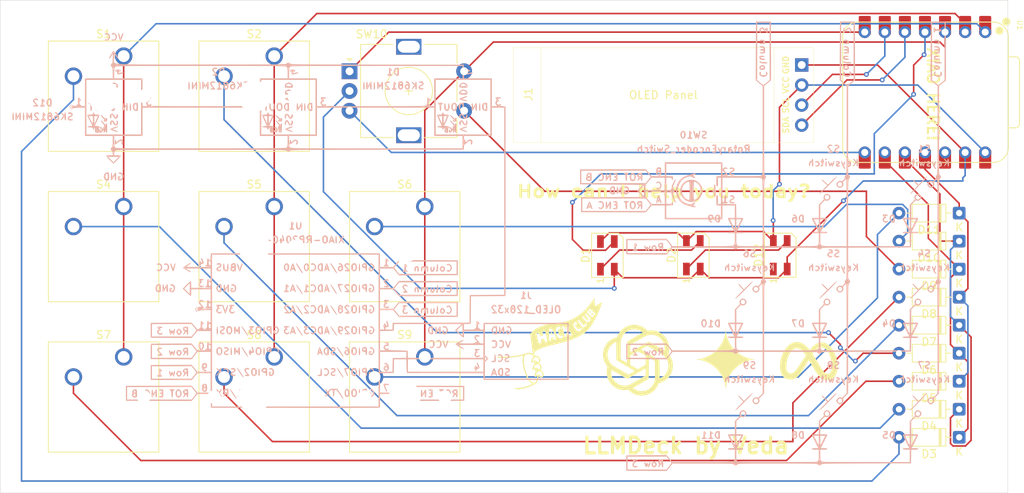
<source format=kicad_pcb>
(kicad_pcb (version 20241229) (generator "pcbnew") (generator_version "9.0")
  (layers (0 "F.Cu" signal) (2 "B.Cu" signal) (13 "F.Paste" user) (15 "B.Paste" user) (5 "F.SilkS" user "F.Silkscreen") (7 "B.SilkS" user "B.Silkscreen") (1 "F.Mask" user) (3 "B.Mask" user) (25 "Edge.Cuts" user))
  (net 0 "")
  (net 1 "Net-(D1-DIN)")
  (net 2 "Net-(D1-DOUT)")
  (net 3 "GND")
  (net 4 "VCC")
  (net 5 "Net-(D12-DIN)")
  (net 6 "Net-(D3-A)")
  (net 7 "Row 1")
  (net 8 "Row 2")
  (net 9 "Net-(D4-A)")
  (net 10 "Net-(D5-A)")
  (net 11 "Row 3")
  (net 12 "Net-(D6-A)")
  (net 13 "Net-(D7-A)")
  (net 14 "Net-(D8-A)")
  (net 15 "Net-(D9-A)")
  (net 16 "Net-(D10-A)")
  (net 17 "Net-(D11-A)")
  (net 19 "Net-(J1-SCL)")
  (net 20 "Net-(J1-SDA)")
  (net 21 "Column 1")
  (net 22 "Column 2")
  (net 23 "Column 3")
  (net 24 "ROT ENC B")
  (net 25 "ROT ENC A")
  (footprint "Button_Switch_Keyboard:SW_Cherry_MX_1.00u_PCB" (layer "F.Cu") (at 112.97125 106.2825)
    (property "Reference" "S8" (at -2.54 -2.794 0) (layer "F.SilkS"))
    (property "Value" "Keyswitch")
    (pad "" np_thru_hole circle (at -7.62 5.08) (size 1.7 1.7) (drill 1.7) (layers "*.Cu" "*.Mask"))
    (pad "" np_thru_hole circle (at -2.54 5.08) (size 4 4) (drill 4) (layers "*.Cu" "*.Mask"))
    (pad "" np_thru_hole circle (at 2.54 5.08) (size 1.7 1.7) (drill 1.7) (layers "*.Cu" "*.Mask"))
    (pad "1" thru_hole circle (at 0 0) (size 2.2 2.2) (drill 1.5) (layers "*.Cu" "*.Mask") (net 22 "Column 2"))
    (pad "2" thru_hole circle (at -6.35 2.54) (size 2.2 2.2) (drill 1.5) (layers "*.Cu" "*.Mask") (net 14 "Net-(D8-A)"))
  )
  (footprint "LED_SMD:LED_SK6812MINI_PLCC4_3.5x3.5mm_P1.75mm" (layer "F.Cu") (at 166 93.4 90)
    (property "Reference" "D2" (at 0 -2.75 90) (layer "F.SilkS"))
    (property "Value" "SK6812MINI")
    (fp_text user "1" (at -3.2 -0.875 90) (layer "F.SilkS") (effects (font (size 0.8 0.8))))
    (pad "1" smd rect (at -1.75 -0.875 90) (size 1.6 0.85) (layers "F.Cu" "F.Mask" "F.Paste") (net 5 "Net-(D12-DIN)"))
    (pad "2" smd rect (at -1.75 0.875 90) (size 1.6 0.85) (layers "F.Cu" "F.Mask" "F.Paste") (net 3 "GND"))
    (pad "3" smd rect (at 1.75 0.875 90) (size 1.6 0.85) (layers "F.Cu" "F.Mask" "F.Paste") (net 2 "Net-(D1-DOUT)"))
    (pad "4" smd rect (at 1.75 -0.875 90) (size 1.6 0.85) (layers "F.Cu" "F.Mask" "F.Paste") (net 4 "VCC"))
  )
  (footprint "Diode_THT:D_DO-35_SOD27_P7.62mm_Horizontal" (layer "F.Cu") (at 199.64125 102.2625 180)
    (property "Reference" "D7" (at 3.81 -2.12 0) (layer "F.SilkS"))
    (property "Value" "1N4148")
    (fp_text user "K" (at 0 -1.8 0) (layer "F.SilkS"))
    (pad "1" thru_hole roundrect (at 0 0 180) (size 1.6 1.6) (drill 0.8) (layers "*.Cu" "*.Mask") (roundrect_rratio 0.15625) (net 8 "Row 2"))
    (pad "2" thru_hole circle (at 7.62 0 180) (size 1.6 1.6) (drill 0.8) (layers "*.Cu" "*.Mask") (net 13 "Net-(D7-A)"))
  )
  (footprint "Diode_THT:D_DO-35_SOD27_P7.62mm_Horizontal" (layer "F.Cu") (at 199.64125 91.6125 180)
    (property "Reference" "D10" (at 3.81 -2.12 0) (layer "F.SilkS"))
    (property "Value" "1N4148")
    (fp_text user "K" (at 0 -1.8 0) (layer "F.SilkS"))
    (pad "1" thru_hole roundrect (at 0 0 180) (size 1.6 1.6) (drill 0.8) (layers "*.Cu" "*.Mask") (roundrect_rratio 0.15625) (net 8 "Row 2"))
    (pad "2" thru_hole circle (at 7.62 0 180) (size 1.6 1.6) (drill 0.8) (layers "*.Cu" "*.Mask") (net 16 "Net-(D10-A)"))
  )
  (footprint "Button_Switch_Keyboard:SW_Cherry_MX_1.00u_PCB" (layer "F.Cu") (at 112.97125 87.2325)
    (property "Reference" "S5" (at -2.54 -2.794 0) (layer "F.SilkS"))
    (property "Value" "Keyswitch")
    (pad "" np_thru_hole circle (at -7.62 5.08) (size 1.7 1.7) (drill 1.7) (layers "*.Cu" "*.Mask"))
    (pad "" np_thru_hole circle (at -2.54 5.08) (size 4 4) (drill 4) (layers "*.Cu" "*.Mask"))
    (pad "" np_thru_hole circle (at 2.54 5.08) (size 1.7 1.7) (drill 1.7) (layers "*.Cu" "*.Mask"))
    (pad "1" thru_hole circle (at 0 0) (size 2.2 2.2) (drill 1.5) (layers "*.Cu" "*.Mask") (net 22 "Column 2"))
    (pad "2" thru_hole circle (at -6.35 2.54) (size 2.2 2.2) (drill 1.5) (layers "*.Cu" "*.Mask") (net 13 "Net-(D7-A)"))
  )
  (footprint "LED_SMD:LED_SK6812MINI_PLCC4_3.5x3.5mm_P1.75mm" (layer "F.Cu") (at 177 93.4 90)
    (property "Reference" "D12" (at 0 -2.75 90) (layer "F.SilkS"))
    (property "Value" "SK6812MINI")
    (fp_text user "1" (at -3.2 -0.875 90) (layer "F.SilkS") (effects (font (size 0.8 0.8))))
    (pad "1" smd rect (at -1.75 -0.875 90) (size 1.6 0.85) (layers "F.Cu" "F.Mask" "F.Paste"))
    (pad "2" smd rect (at -1.75 0.875 90) (size 1.6 0.85) (layers "F.Cu" "F.Mask" "F.Paste") (net 3 "GND"))
    (pad "3" smd rect (at 1.75 0.875 90) (size 1.6 0.85) (layers "F.Cu" "F.Mask" "F.Paste") (net 5 "Net-(D12-DIN)"))
    (pad "4" smd rect (at 1.75 -0.875 90) (size 1.6 0.85) (layers "F.Cu" "F.Mask" "F.Paste") (net 4 "VCC"))
  )
  (footprint "Button_Switch_Keyboard:SW_Cherry_MX_1.00u_PCB" (layer "F.Cu") (at 93.92125 106.2825)
    (property "Reference" "S7" (at -2.54 -2.794 0) (layer "F.SilkS"))
    (property "Value" "Keyswitch")
    (pad "" np_thru_hole circle (at -7.62 5.08) (size 1.7 1.7) (drill 1.7) (layers "*.Cu" "*.Mask"))
    (pad "" np_thru_hole circle (at -2.54 5.08) (size 4 4) (drill 4) (layers "*.Cu" "*.Mask"))
    (pad "" np_thru_hole circle (at 2.54 5.08) (size 1.7 1.7) (drill 1.7) (layers "*.Cu" "*.Mask"))
    (pad "1" thru_hole circle (at 0 0) (size 2.2 2.2) (drill 1.5) (layers "*.Cu" "*.Mask") (net 21 "Column 1"))
    (pad "2" thru_hole circle (at -6.35 2.54) (size 2.2 2.2) (drill 1.5) (layers "*.Cu" "*.Mask") (net 10 "Net-(D5-A)"))
  )
  (footprint "OPL:XIAO-RP2040-DIP" (layer "F.Cu") (at 195.31125 72.7625 -90)
    (property "Reference" "U1" (at -8.5 -12 270) (layer "F.SilkS") (effects (font (size 0.635 0.635) (thickness 0.1016))))
    (property "Value" "XIAO-RP2040-DIP")
    (pad "1" smd roundrect (at -8.455 -7.62 90) (size 2.432 1.524) (layers "F.Cu" "F.Mask") (roundrect_rratio 0.1) (net 21 "Column 1"))
    (pad "1" thru_hole circle (at -7.62 -7.62 90) (size 1.524 1.524) (drill 0.889) (layers "*.Cu" "*.Mask") (net 21 "Column 1"))
    (pad "2" smd roundrect (at -8.455 -5.08 90) (size 2.432 1.524) (layers "F.Cu" "F.Mask") (roundrect_rratio 0.1) (net 22 "Column 2"))
    (pad "2" thru_hole circle (at -7.62 -5.08 90) (size 1.524 1.524) (drill 0.889) (layers "*.Cu" "*.Mask") (net 22 "Column 2"))
    (pad "3" smd roundrect (at -8.455 -2.54 90) (size 2.432 1.524) (layers "F.Cu" "F.Mask") (roundrect_rratio 0.1) (net 23 "Column 3"))
    (pad "3" thru_hole circle (at -7.62 -2.54 90) (size 1.524 1.524) (drill 0.889) (layers "*.Cu" "*.Mask") (net 23 "Column 3"))
    (pad "4" smd roundrect (at -8.455 0 90) (size 2.432 1.524) (layers "F.Cu" "F.Mask") (roundrect_rratio 0.1) (net 1 "Net-(D1-DIN)"))
    (pad "4" thru_hole circle (at -7.62 0 90) (size 1.524 1.524) (drill 0.889) (layers "*.Cu" "*.Mask") (net 1 "Net-(D1-DIN)"))
    (pad "5" smd roundrect (at -8.455 2.54 90) (size 2.432 1.524) (layers "F.Cu" "F.Mask") (roundrect_rratio 0.1) (net 20 "Net-(J1-SDA)"))
    (pad "5" thru_hole circle (at -7.62 2.54 90) (size 1.524 1.524) (drill 0.889) (layers "*.Cu" "*.Mask") (net 20 "Net-(J1-SDA)"))
    (pad "6" smd roundrect (at -8.455 5.08 90) (size 2.432 1.524) (layers "F.Cu" "F.Mask") (roundrect_rratio 0.1) (net 19 "Net-(J1-SCL)"))
    (pad "6" thru_hole circle (at -7.62 5.08 90) (size 1.524 1.524) (drill 0.889) (layers "*.Cu" "*.Mask") (net 19 "Net-(J1-SCL)"))
    (pad "7" smd roundrect (at -8.455 7.62 90) (size 2.432 1.524) (layers "F.Cu" "F.Mask") (roundrect_rratio 0.1) (net 25 "ROT ENC A"))
    (pad "7" thru_hole circle (at -7.62 7.62 90) (size 1.524 1.524) (drill 0.889) (layers "*.Cu" "*.Mask") (net 25 "ROT ENC A"))
    (pad "8" thru_hole circle (at 7.62 7.62 270) (size 1.524 1.524) (drill 0.889) (layers "*.Cu" "*.Mask") (net 24 "ROT ENC B"))
    (pad "8" smd roundrect (at 8.455 7.62 270) (size 2.432 1.524) (layers "F.Cu" "F.Mask") (roundrect_rratio 0.1) (net 24 "ROT ENC B"))
    (pad "9" thru_hole circle (at 7.62 5.08 270) (size 1.524 1.524) (drill 0.889) (layers "*.Cu" "*.Mask") (net 7 "Row 1"))
    (pad "9" smd roundrect (at 8.455 5.08 270) (size 2.432 1.524) (layers "F.Cu" "F.Mask") (roundrect_rratio 0.1) (net 7 "Row 1"))
    (pad "10" thru_hole circle (at 7.62 2.54 270) (size 1.524 1.524) (drill 0.889) (layers "*.Cu" "*.Mask") (net 8 "Row 2"))
    (pad "10" smd roundrect (at 8.455 2.54 270) (size 2.432 1.524) (layers "F.Cu" "F.Mask") (roundrect_rratio 0.1) (net 8 "Row 2"))
    (pad "11" thru_hole circle (at 7.62 0 270) (size 1.524 1.524) (drill 0.889) (layers "*.Cu" "*.Mask") (net 11 "Row 3"))
    (pad "11" smd roundrect (at 8.455 0 270) (size 2.432 1.524) (layers "F.Cu" "F.Mask") (roundrect_rratio 0.1) (net 11 "Row 3"))
    (pad "12" thru_hole circle (at 7.62 -2.54 270) (size 1.524 1.524) (drill 0.889) (layers "*.Cu" "*.Mask"))
    (pad "12" smd roundrect (at 8.455 -2.54 270) (size 2.432 1.524) (layers "F.Cu" "F.Mask") (roundrect_rratio 0.1))
    (pad "13" thru_hole circle (at 7.62 -5.08 270) (size 1.524 1.524) (drill 0.889) (layers "*.Cu" "*.Mask") (net 3 "GND"))
    (pad "13" smd roundrect (at 8.455 -5.08 270) (size 2.432 1.524) (layers "F.Cu" "F.Mask") (roundrect_rratio 0.1) (net 3 "GND"))
    (pad "14" thru_hole circle (at 7.62 -7.62 270) (size 1.524 1.524) (drill 0.889) (layers "*.Cu" "*.Mask") (net 4 "VCC"))
    (pad "14" smd roundrect (at 8.455 -7.62 270) (size 2.432 1.524) (layers "F.Cu" "F.Mask") (roundrect_rratio 0.1) (net 4 "VCC"))
  )
  (footprint "Diode_THT:D_DO-35_SOD27_P7.62mm_Horizontal" (layer "F.Cu") (at 199.64125 95.1625 180)
    (property "Reference" "D9" (at 3.81 -2.12 0) (layer "F.SilkS"))
    (property "Value" "1N4148")
    (fp_text user "K" (at 0 -1.8 0) (layer "F.SilkS"))
    (pad "1" thru_hole roundrect (at 0 0 180) (size 1.6 1.6) (drill 0.8) (layers "*.Cu" "*.Mask") (roundrect_rratio 0.15625) (net 7 "Row 1"))
    (pad "2" thru_hole circle (at 7.62 0 180) (size 1.6 1.6) (drill 0.8) (layers "*.Cu" "*.Mask") (net 15 "Net-(D9-A)"))
  )
  (footprint "LOGO" (layer "F.Cu") (at 159 106.7)
    (property "Reference" "G" (hide yes))
    (property "Value" "LOGO" (hide yes))
  )
  (footprint "Button_Switch_Keyboard:SW_Cherry_MX_1.00u_PCB" (layer "F.Cu") (at 93.92125 68.1825)
    (property "Reference" "S1" (at -2.54 -2.794 0) (layer "F.SilkS"))
    (property "Value" "Keyswitch")
    (pad "" np_thru_hole circle (at -7.62 5.08) (size 1.7 1.7) (drill 1.7) (layers "*.Cu" "*.Mask"))
    (pad "" np_thru_hole circle (at -2.54 5.08) (size 4 4) (drill 4) (layers "*.Cu" "*.Mask"))
    (pad "" np_thru_hole circle (at 2.54 5.08) (size 1.7 1.7) (drill 1.7) (layers "*.Cu" "*.Mask"))
    (pad "1" thru_hole circle (at 0 0) (size 2.2 2.2) (drill 1.5) (layers "*.Cu" "*.Mask") (net 21 "Column 1"))
    (pad "2" thru_hole circle (at -6.35 2.54) (size 2.2 2.2) (drill 1.5) (layers "*.Cu" "*.Mask") (net 6 "Net-(D3-A)"))
  )
  (footprint "OLED:RotaryEncoder_Alps_EC11E-Switch_Vertical_H20mm" (layer "F.Cu") (at 122.5 70.1)
    (property "Reference" "SW10" (at 2.8 -4.7 0) (layer "F.SilkS"))
    (property "Value" "RotaryEncoder_Switch")
    (pad "A" thru_hole rect (at 0 0) (size 2 2) (drill 1) (layers "*.Cu" "*.Mask") (net 25 "ROT ENC A"))
    (pad "B" thru_hole circle (at 0 5) (size 2 2) (drill 1) (layers "*.Cu" "*.Mask") (net 24 "ROT ENC B"))
    (pad "C" thru_hole circle (at 0 2.5) (size 2 2) (drill 1) (layers "*.Cu" "*.Mask") (net 3 "GND"))
    (pad "MP" thru_hole rect (at 7.5 -3.1) (size 3.2 2) (drill oval 2.8 1.5) (layers "*.Cu" "*.Mask"))
    (pad "MP" thru_hole rect (at 7.5 8.1) (size 3.2 2) (drill oval 2.8 1.5) (layers "*.Cu" "*.Mask"))
    (pad "S1" thru_hole circle (at 14.5 5) (size 2 2) (drill 1) (layers "*.Cu" "*.Mask") (net 15 "Net-(D9-A)"))
    (pad "S2" thru_hole circle (at 14.5 0) (size 2 2) (drill 1) (layers "*.Cu" "*.Mask") (net 23 "Column 3"))
  )
  (footprint "Diode_THT:D_DO-35_SOD27_P7.62mm_Horizontal" (layer "F.Cu") (at 199.64125 98.7125 180)
    (property "Reference" "D8" (at 3.81 -2.12 0) (layer "F.SilkS"))
    (property "Value" "1N4148")
    (fp_text user "K" (at 0 -1.8 0) (layer "F.SilkS"))
    (pad "1" thru_hole roundrect (at 0 0 180) (size 1.6 1.6) (drill 0.8) (layers "*.Cu" "*.Mask") (roundrect_rratio 0.15625) (net 11 "Row 3"))
    (pad "2" thru_hole circle (at 7.62 0 180) (size 1.6 1.6) (drill 0.8) (layers "*.Cu" "*.Mask") (net 14 "Net-(D8-A)"))
  )
  (footprint "LOGO" (layer "F.Cu") (at 170.1 106.6)
    (property "Reference" "G***" (hide yes))
    (property "Value" "LOGO" (hide yes))
  )
  (footprint "LOGO" (layer "F.Cu") (at 148.838853 104.577631 30)
    (property "Reference" "G***" (hide yes))
    (property "Value" "LOGO" (hide yes))
  )
  (footprint "Diode_THT:D_DO-35_SOD27_P7.62mm_Horizontal" (layer "F.Cu") (at 199.64125 105.8125 180)
    (property "Reference" "D6" (at 3.81 -2.12 0) (layer "F.SilkS"))
    (property "Value" "1N4148")
    (fp_text user "K" (at 0 -1.8 0) (layer "F.SilkS"))
    (pad "1" thru_hole roundrect (at 0 0 180) (size 1.6 1.6) (drill 0.8) (layers "*.Cu" "*.Mask") (roundrect_rratio 0.15625) (net 7 "Row 1"))
    (pad "2" thru_hole circle (at 7.62 0 180) (size 1.6 1.6) (drill 0.8) (layers "*.Cu" "*.Mask") (net 12 "Net-(D6-A)"))
  )
  (footprint "Diode_THT:D_DO-35_SOD27_P7.62mm_Horizontal" (layer "F.Cu") (at 199.64125 112.9125 180)
    (property "Reference" "D4" (at 3.81 -2.12 0) (layer "F.SilkS"))
    (property "Value" "1N4148")
    (fp_text user "K" (at 0 -1.8 0) (layer "F.SilkS"))
    (pad "1" thru_hole roundrect (at 0 0 180) (size 1.6 1.6) (drill 0.8) (layers "*.Cu" "*.Mask") (roundrect_rratio 0.15625) (net 8 "Row 2"))
    (pad "2" thru_hole circle (at 7.62 0 180) (size 1.6 1.6) (drill 0.8) (layers "*.Cu" "*.Mask") (net 9 "Net-(D4-A)"))
  )
  (footprint "Button_Switch_Keyboard:SW_Cherry_MX_1.00u_PCB" (layer "F.Cu") (at 132.02125 106.2825)
    (property "Reference" "S9" (at -2.54 -2.794 0) (layer "F.SilkS"))
    (property "Value" "Keyswitch")
    (pad "" np_thru_hole circle (at -7.62 5.08) (size 1.7 1.7) (drill 1.7) (layers "*.Cu" "*.Mask"))
    (pad "" np_thru_hole circle (at -2.54 5.08) (size 4 4) (drill 4) (layers "*.Cu" "*.Mask"))
    (pad "" np_thru_hole circle (at 2.54 5.08) (size 1.7 1.7) (drill 1.7) (layers "*.Cu" "*.Mask"))
    (pad "1" thru_hole circle (at 0 0) (size 2.2 2.2) (drill 1.5) (layers "*.Cu" "*.Mask") (net 23 "Column 3"))
    (pad "2" thru_hole circle (at -6.35 2.54) (size 2.2 2.2) (drill 1.5) (layers "*.Cu" "*.Mask") (net 17 "Net-(D11-A)"))
  )
  (footprint "Diode_THT:D_DO-35_SOD27_P7.62mm_Horizontal" (layer "F.Cu") (at 199.64125 109.3625 180)
    (property "Reference" "D5" (at 3.81 -2.12 0) (layer "F.SilkS"))
    (property "Value" "1N4148")
    (fp_text user "K" (at 0 -1.8 0) (layer "F.SilkS"))
    (pad "1" thru_hole roundrect (at 0 0 180) (size 1.6 1.6) (drill 0.8) (layers "*.Cu" "*.Mask") (roundrect_rratio 0.15625) (net 11 "Row 3"))
    (pad "2" thru_hole circle (at 7.62 0 180) (size 1.6 1.6) (drill 0.8) (layers "*.Cu" "*.Mask") (net 10 "Net-(D5-A)"))
  )
  (footprint "OLED:SSD1306-0.91-OLED-4pin-128x32" (layer "F.Cu") (at 143.215 67.115)
    (property "Reference" "J1" (at 1.9 5.91 90) (layer "F.SilkS"))
    (property "Value" "OLED_128x32")
    (fp_text user "VCC" (at 34.5 4.73 270) (layer "F.SilkS") (effects (font (size 0.75 0.75))))
    (fp_text user "SDA" (at 34.5 9.81 270) (layer "F.SilkS") (effects (font (size 0.75 0.75))))
    (fp_text user "SCL" (at 34.5 7.27 270) (layer "F.SilkS") (effects (font (size 0.75 0.75))))
    (fp_text user "GND" (at 34.5 2.19 270) (layer "F.SilkS") (effects (font (size 0.75 0.75))))
    (fp_text user "OLED Panel" (at 19 6 0) (layer "F.SilkS"))
    (pad "1" thru_hole rect (at 36.5 2.19) (size 1.7 1.7) (drill 1) (layers "*.Cu" "*.Mask") (net 3 "GND"))
    (pad "2" thru_hole oval (at 36.5 4.73) (size 1.7 1.7) (drill 1) (layers "*.Cu" "*.Mask") (net 4 "VCC"))
    (pad "3" thru_hole oval (at 36.5 7.27) (size 1.7 1.7) (drill 1) (layers "*.Cu" "*.Mask") (net 19 "Net-(J1-SCL)"))
    (pad "4" thru_hole oval (at 36.5 9.81) (size 1.7 1.7) (drill 1) (layers "*.Cu" "*.Mask") (net 20 "Net-(J1-SDA)"))
  )
  (footprint "Button_Switch_Keyboard:SW_Cherry_MX_1.00u_PCB" (layer "F.Cu") (at 132.02125 87.2325)
    (property "Reference" "S6" (at -2.54 -2.794 0) (layer "F.SilkS"))
    (property "Value" "Keyswitch")
    (pad "" np_thru_hole circle (at -7.62 5.08) (size 1.7 1.7) (drill 1.7) (layers "*.Cu" "*.Mask"))
    (pad "" np_thru_hole circle (at -2.54 5.08) (size 4 4) (drill 4) (layers "*.Cu" "*.Mask"))
    (pad "" np_thru_hole circle (at 2.54 5.08) (size 1.7 1.7) (drill 1.7) (layers "*.Cu" "*.Mask"))
    (pad "1" thru_hole circle (at 0 0) (size 2.2 2.2) (drill 1.5) (layers "*.Cu" "*.Mask") (net 23 "Column 3"))
    (pad "2" thru_hole circle (at -6.35 2.54) (size 2.2 2.2) (drill 1.5) (layers "*.Cu" "*.Mask") (net 16 "Net-(D10-A)"))
  )
  (footprint "Diode_THT:D_DO-35_SOD27_P7.62mm_Horizontal" (layer "F.Cu") (at 199.64125 88.0625 180)
    (property "Reference" "D11" (at 3.81 -2.12 0) (layer "F.SilkS"))
    (property "Value" "1N4148")
    (fp_text user "K" (at 0 -1.8 0) (layer "F.SilkS"))
    (pad "1" thru_hole roundrect (at 0 0 180) (size 1.6 1.6) (drill 0.8) (layers "*.Cu" "*.Mask") (roundrect_rratio 0.15625) (net 11 "Row 3"))
    (pad "2" thru_hole circle (at 7.62 0 180) (size 1.6 1.6) (drill 0.8) (layers "*.Cu" "*.Mask") (net 17 "Net-(D11-A)"))
  )
  (footprint "Button_Switch_Keyboard:SW_Cherry_MX_1.00u_PCB" (layer "F.Cu") (at 93.92125 87.2325)
    (property "Reference" "S4" (at -2.54 -2.794 0) (layer "F.SilkS"))
    (property "Value" "Keyswitch")
    (pad "" np_thru_hole circle (at -7.62 5.08) (size 1.7 1.7) (drill 1.7) (layers "*.Cu" "*.Mask"))
    (pad "" np_thru_hole circle (at -2.54 5.08) (size 4 4) (drill 4) (layers "*.Cu" "*.Mask"))
    (pad "" np_thru_hole circle (at 2.54 5.08) (size 1.7 1.7) (drill 1.7) (layers "*.Cu" "*.Mask"))
    (pad "1" thru_hole circle (at 0 0) (size 2.2 2.2) (drill 1.5) (layers "*.Cu" "*.Mask") (net 21 "Column 1"))
    (pad "2" thru_hole circle (at -6.35 2.54) (size 2.2 2.2) (drill 1.5) (layers "*.Cu" "*.Mask") (net 9 "Net-(D4-A)"))
  )
  (footprint "LED_SMD:LED_SK6812MINI_PLCC4_3.5x3.5mm_P1.75mm" (layer "F.Cu") (at 155.125 93.42 90)
    (property "Reference" "D1" (at 0 -2.75 90) (layer "F.SilkS"))
    (property "Value" "SK6812MINI")
    (fp_text user "1" (at -3.2 -0.875 90) (layer "F.SilkS") (effects (font (size 0.8 0.8))))
    (pad "1" smd rect (at -1.75 -0.875 90) (size 1.6 0.85) (layers "F.Cu" "F.Mask" "F.Paste") (net 2 "Net-(D1-DOUT)"))
    (pad "2" smd rect (at -1.75 0.875 90) (size 1.6 0.85) (layers "F.Cu" "F.Mask" "F.Paste") (net 3 "GND"))
    (pad "3" smd rect (at 1.75 0.875 90) (size 1.6 0.85) (layers "F.Cu" "F.Mask" "F.Paste") (net 1 "Net-(D1-DIN)"))
    (pad "4" smd rect (at 1.75 -0.875 90) (size 1.6 0.85) (layers "F.Cu" "F.Mask" "F.Paste") (net 4 "VCC"))
  )
  (footprint "LOGO" (layer "F.Cu") (at 180.458446 106.817357)
    (property "Reference" "G***" (hide yes))
    (property "Value" "LOGO" (hide yes))
  )
  (footprint "Diode_THT:D_DO-35_SOD27_P7.62mm_Horizontal" (layer "F.Cu") (at 199.64125 116.4625 180)
    (property "Reference" "D3" (at 3.81 -2.12 0) (layer "F.SilkS"))
    (property "Value" "1N4148")
    (fp_text user "K" (at 0 -1.8 0) (layer "F.SilkS"))
    (pad "1" thru_hole roundrect (at 0 0 180) (size 1.6 1.6) (drill 0.8) (layers "*.Cu" "*.Mask") (roundrect_rratio 0.15625) (net 7 "Row 1"))
    (pad "2" thru_hole circle (at 7.62 0 180) (size 1.6 1.6) (drill 0.8) (layers "*.Cu" "*.Mask") (net 6 "Net-(D3-A)"))
  )
  (footprint "Button_Switch_Keyboard:SW_Cherry_MX_1.00u_PCB" (layer "F.Cu") (at 112.97125 68.1825)
    (property "Reference" "S2" (at -2.54 -2.794 0) (layer "F.SilkS"))
    (property "Value" "Keyswitch")
    (pad "" np_thru_hole circle (at -7.62 5.08) (size 1.7 1.7) (drill 1.7) (layers "*.Cu" "*.Mask"))
    (pad "" np_thru_hole circle (at -2.54 5.08) (size 4 4) (drill 4) (layers "*.Cu" "*.Mask"))
    (pad "" np_thru_hole circle (at 2.54 5.08) (size 1.7 1.7) (drill 1.7) (layers "*.Cu" "*.Mask"))
    (pad "1" thru_hole circle (at 0 0) (size 2.2 2.2) (drill 1.5) (layers "*.Cu" "*.Mask") (net 22 "Column 2"))
    (pad "2" thru_hole circle (at -6.35 2.54) (size 2.2 2.2) (drill 1.5) (layers "*.Cu" "*.Mask") (net 12 "Net-(D6-A)"))
  )
  (footprint "LOGO" (layer "B.Cu") (at 139 92 180)
    (property "Reference" "G***" (hide yes))
    (property "Value" "LOGO" (hide yes))
  )
  (gr_rect (start 78.3 61.1) (end 205.8 123.5) (stroke (width 0.05)) (fill no) (layer "Edge.Cuts"))
  (gr_text "How can I help you today?" (at 143.5 86.2 0) (layer "F.SilkS") (effects (font (size 1.5 1.8) (thickness 0.35) (bold yes)) (justify left bottom)))
  (gr_text "XIAO HERE!" (at 195.5 66.9 270) (layer "F.SilkS") (effects (font (size 1.4 1.4) (thickness 0.28) (bold yes)) (justify left bottom)))
  (gr_text "LLMDeck by Veda" (at 151.8 118.7 0) (layer "F.SilkS") (effects (font (size 2 2) (thickness 0.4) (bold yes)) (justify left bottom)))
  (segment (start 193.87864 73.02136) (end 193.87864 69.32136) (width 0.2) (layer "F.Cu") (net 1))
  (segment (start 150.7 91.4) (end 150.7 86.7) (width 0.2) (layer "F.Cu") (net 1))
  (segment (start 152.071 92.771) (end 150.7 91.4) (width 0.2) (layer "F.Cu") (net 1))
  (segment (start 193.87864 69.32136) (end 195.2 68) (width 0.2) (layer "F.Cu") (net 1))
  (segment (start 156 91.67) (end 154.899 92.771) (width 0.2) (layer "F.Cu") (net 1))
  (segment (start 154.899 92.771) (end 152.071 92.771) (width 0.2) (layer "F.Cu") (net 1))
  (via (at 150.7 86.7) (size 0.6) (drill 0.3) (layers "F.Cu" "B.Cu") (net 1))
  (via (at 195.2 68) (size 0.6) (drill 0.3) (layers "F.Cu" "B.Cu") (net 1))
  (via (at 193.87864 73.02136) (size 0.6) (drill 0.3) (layers "F.Cu" "B.Cu") (net 1))
  (segment (start 154.3 83.1) (end 188.9 83.1) (width 0.2) (layer "B.Cu") (net 1))
  (segment (start 150.7 86.7) (end 154.3 83.1) (width 0.2) (layer "B.Cu") (net 1))
  (segment (start 195.2 68) (end 195.31125 67.88875) (width 0.2) (layer "B.Cu") (net 1))
  (segment (start 195.31125 67.88875) (end 195.31125 65.1425) (width 0.2) (layer "B.Cu") (net 1))
  (segment (start 188.9 83.1) (end 188.9 78) (width 0.2) (layer "B.Cu") (net 1))
  (segment (start 188.9 78) (end 193.87864 73.02136) (width 0.2) (layer "B.Cu") (net 1))
  (segment (start 156.669 92.751) (end 165.774 92.751) (width 0.2) (layer "F.Cu") (net 2))
  (segment (start 165.774 92.751) (end 166.875 91.65) (width 0.2) (layer "F.Cu") (net 2))
  (segment (start 154.25 95.17) (end 156.669 92.751) (width 0.2) (layer "F.Cu") (net 2))
  (segment (start 177.875 95.15) (end 177.875 93.625) (width 0.2) (layer "F.Cu") (net 3))
  (segment (start 122.5 72.6) (end 122.7 72.4) (width 0.2) (layer "F.Cu") (net 3))
  (segment (start 165.774 96.251) (end 166.875 95.15) (width 0.2) (layer "F.Cu") (net 3))
  (segment (start 156 95.17) (end 157.081 96.251) (width 0.2) (layer "F.Cu") (net 3))
  (segment (start 189.31375 69.305) (end 200.39125 80.3825) (width 0.2) (layer "F.Cu") (net 3))
  (segment (start 179.715 69.305) (end 189.31375 69.305) (width 0.2) (layer "F.Cu") (net 3))
  (segment (start 177.875 95.15) (end 176.774 96.251) (width 0.2) (layer "F.Cu") (net 3))
  (segment (start 157.081 96.251) (end 165.774 96.251) (width 0.2) (layer "F.Cu") (net 3))
  (segment (start 167.976 96.251) (end 166.875 95.15) (width 0.2) (layer "F.Cu") (net 3))
  (segment (start 177.875 93.625) (end 185 86.5) (width 0.2) (layer "F.Cu") (net 3))
  (segment (start 176.774 96.251) (end 167.976 96.251) (width 0.2) (layer "F.Cu") (net 3))
  (segment (start 156 97.6) (end 156 95.17) (width 0.2) (layer "F.Cu") (net 3))
  (via (at 185 86.5) (size 0.6) (drill 0.3) (layers "F.Cu" "B.Cu") (net 3))
  (via (at 156 97.6) (size 0.6) (drill 0.3) (layers "F.Cu" "B.Cu") (net 3))
  (segment (start 187.5 84) (end 200.1 84) (width 0.2) (layer "B.Cu") (net 3))
  (segment (start 122.5 72.6) (end 119.2 75.9) (width 0.2) (layer "B.Cu") (net 3))
  (segment (start 200.1 84) (end 200.1 83.6) (width 0.2) (layer "B.Cu") (net 3))
  (segment (start 119.2 75.9) (end 119.2 85.356066) (width 0.2) (layer "B.Cu") (net 3))
  (segment (start 185 86.5) (end 187.5 84) (width 0.2) (layer "B.Cu") (net 3))
  (segment (start 131.443934 97.6) (end 156 97.6) (width 0.2) (layer "B.Cu") (net 3))
  (segment (start 119.2 85.356066) (end 131.443934 97.6) (width 0.2) (layer "B.Cu") (net 3))
  (segment (start 200.39125 83.30875) (end 200.39125 80.3825) (width 0.2) (layer "B.Cu") (net 3))
  (segment (start 200.1 83.6) (end 200.39125 83.30875) (width 0.2) (layer "B.Cu") (net 3))
  (segment (start 176.125 89.025) (end 176.125 91.65) (width 0.2) (layer "F.Cu") (net 4))
  (segment (start 174.875 90.4) (end 176.125 91.65) (width 0.2) (layer "F.Cu") (net 4))
  (segment (start 164.044 90.569) (end 165.125 91.65) (width 0.2) (layer "F.Cu") (net 4))
  (segment (start 166.375 90.4) (end 174.875 90.4) (width 0.2) (layer "F.Cu") (net 4))
  (segment (start 176.1 89) (end 176.125 89.025) (width 0.2) (layer "F.Cu") (net 4))
  (segment (start 154.25 91.67) (end 155.351 90.569) (width 0.2) (layer "F.Cu") (net 4))
  (segment (start 165.125 91.65) (end 166.375 90.4) (width 0.2) (layer "F.Cu") (net 4))
  (segment (start 176.9 74.66) (end 176.9 84.4) (width 0.2) (layer "F.Cu") (net 4))
  (segment (start 179.715 71.845) (end 176.9 74.66) (width 0.2) (layer "F.Cu") (net 4))
  (segment (start 155.351 90.569) (end 164.044 90.569) (width 0.2) (layer "F.Cu") (net 4))
  (via (at 176.1 89) (size 0.6) (drill 0.3) (layers "F.Cu" "B.Cu") (net 4))
  (via (at 176.9 84.4) (size 0.6) (drill 0.3) (layers "F.Cu" "B.Cu") (net 4))
  (segment (start 179.715 71.845) (end 194.39375 71.845) (width 0.2) (layer "B.Cu") (net 4))
  (segment (start 176.9 84.4) (end 176.1 85.2) (width 0.2) (layer "B.Cu") (net 4))
  (segment (start 194.39375 71.845) (end 202.93125 80.3825) (width 0.2) (layer "B.Cu") (net 4))
  (segment (start 176.1 85.2) (end 176.1 89) (width 0.2) (layer "B.Cu") (net 4))
  (segment (start 176.774 92.751) (end 177.875 91.65) (width 0.2) (layer "F.Cu") (net 5))
  (segment (start 167.524 92.751) (end 176.774 92.751) (width 0.2) (layer "F.Cu") (net 5))
  (segment (start 165.125 95.15) (end 167.524 92.751) (width 0.2) (layer "F.Cu") (net 5))
  (segment (start 87.57125 73.69097) (end 81 80.26222) (width 0.2) (layer "B.Cu") (net 6))
  (segment (start 81 80.26222) (end 81 122) (width 0.2) (layer "B.Cu") (net 6))
  (segment (start 87.57125 70.7225) (end 87.57125 73.69097) (width 0.2) (layer "B.Cu") (net 6))
  (segment (start 192.02125 118.57875) (end 192.02125 116.4625) (width 0.2) (layer "B.Cu") (net 6))
  (segment (start 81 122) (end 188.6 122) (width 0.2) (layer "B.Cu") (net 6))
  (segment (start 188.6 122) (end 192.02125 118.57875) (width 0.2) (layer "B.Cu") (net 6))
  (segment (start 198.54025 104.7115) (end 199.64125 105.8125) (width 0.2) (layer "F.Cu") (net 7))
  (segment (start 190.23125 80.3825) (end 190.23125 81.46013) (width 0.2) (layer "F.Cu") (net 7))
  (segment (start 198.54025 96.2635) (end 198.54025 104.7115) (width 0.2) (layer "F.Cu") (net 7))
  (segment (start 190.23125 81.46013) (end 195.73262 86.9615) (width 0.2) (layer "F.Cu") (net 7))
  (segment (start 199.64125 95.1625) (end 198.54025 96.2635) (width 0.2) (layer "F.Cu") (net 7))
  (segment (start 199.64125 105.8125) (end 200.74225 106.9135) (width 0.2) (layer "F.Cu") (net 7))
  (segment (start 200.74225 115.3615) (end 199.64125 116.4625) (width 0.2) (layer "F.Cu") (net 7))
  (segment (start 190.23125 81.2175) (end 190.23125 80.3825) (width 0.2) (layer "F.Cu") (net 7))
  (segment (start 200.74225 106.9135) (end 200.74225 115.3615) (width 0.2) (layer "F.Cu") (net 7))
  (segment (start 195.73262 86.9615) (end 195.73262 91.25387) (width 0.2) (layer "F.Cu") (net 7))
  (segment (start 195.73262 91.25387) (end 199.64125 95.1625) (width 0.2) (layer "F.Cu") (net 7))
  (segment (start 200.42641 117.5635) (end 201.14325 116.84666) (width 0.2) (layer "F.Cu") (net 8))
  (segment (start 201.14325 116.84666) (end 201.14325 103.7645) (width 0.2) (layer "F.Cu") (net 8))
  (segment (start 198.54025 114.0135) (end 198.54025 117.24766) (width 0.2) (layer "F.Cu") (net 8))
  (segment (start 198.54025 117.24766) (end 198.85609 117.5635) (width 0.2) (layer "F.Cu") (net 8))
  (segment (start 197.2 85.64625) (end 197.2 91.5) (width 0.2) (layer "F.Cu") (net 8))
  (segment (start 198.85609 117.5635) (end 200.42641 117.5635) (width 0.2) (layer "F.Cu") (net 8))
  (segment (start 197.2 91.5) (end 197.3125 91.6125) (width 0.2) (layer "F.Cu") (net 8))
  (segment (start 192.77125 81.2175) (end 197.2 85.64625) (width 0.2) (layer "F.Cu") (net 8))
  (segment (start 201.14325 103.7645) (end 199.64125 102.2625) (width 0.2) (layer "F.Cu") (net 8))
  (segment (start 197.3125 91.6125) (end 199.64125 91.6125) (width 0.2) (layer "F.Cu") (net 8))
  (segment (start 199.64125 112.9125) (end 198.54025 114.0135) (width 0.2) (layer "F.Cu") (net 8))
  (segment (start 199.64125 102.2625) (end 198.54025 101.1615) (width 0.2) (layer "B.Cu") (net 8))
  (segment (start 198.54025 101.1615) (end 198.54025 92.7135) (width 0.2) (layer "B.Cu") (net 8))
  (segment (start 198.54025 92.7135) (end 199.64125 91.6125) (width 0.2) (layer "B.Cu") (net 8))
  (segment (start 189.63375 115.3) (end 192.02125 112.9125) (width 0.2) (layer "B.Cu") (net 9))
  (segment (start 98.442564 89.7725) (end 123.970064 115.3) (width 0.2) (layer "B.Cu") (net 9))
  (segment (start 123.970064 115.3) (end 189.63375 115.3) (width 0.2) (layer "B.Cu") (net 9))
  (segment (start 87.57125 89.7725) (end 98.442564 89.7725) (width 0.2) (layer "B.Cu") (net 9))
  (segment (start 177.8 119.4) (end 187.8375 109.3625) (width 0.2) (layer "F.Cu") (net 10))
  (segment (start 87.57125 110.877316) (end 96.093934 119.4) (width 0.2) (layer "F.Cu") (net 10))
  (segment (start 187.8375 109.3625) (end 192.02125 109.3625) (width 0.2) (layer "F.Cu") (net 10))
  (segment (start 87.57125 108.8225) (end 87.57125 110.877316) (width 0.2) (layer "F.Cu") (net 10))
  (segment (start 96.093934 119.4) (end 177.8 119.4) (width 0.2) (layer "F.Cu") (net 10))
  (segment (start 195.31125 81.2175) (end 195.31125 82.51125) (width 0.2) (layer "F.Cu") (net 11))
  (segment (start 199.64125 88.0625) (end 200.74225 89.1635) (width 0.2) (layer "F.Cu") (net 11))
  (segment (start 200.74225 89.1635) (end 200.74225 97.6115) (width 0.2) (layer "F.Cu") (net 11))
  (segment (start 195.31125 82.51125) (end 199.64125 86.84125) (width 0.2) (layer "F.Cu") (net 11))
  (segment (start 199.64125 86.84125) (end 199.64125 88.0625) (width 0.2) (layer "F.Cu") (net 11))
  (segment (start 200.74225 97.6115) (end 199.64125 98.7125) (width 0.2) (layer "F.Cu") (net 11))
  (segment (start 200.74225 108.2615) (end 200.74225 99.8135) (width 0.2) (layer "B.Cu") (net 11))
  (segment (start 199.64125 109.3625) (end 200.74225 108.2615) (width 0.2) (layer "B.Cu") (net 11))
  (segment (start 200.74225 99.8135) (end 199.64125 98.7125) (width 0.2) (layer "B.Cu") (net 11))
  (segment (start 183.1 103.2) (end 184.6 104.7) (width 0.2) (layer "F.Cu") (net 12))
  (segment (start 184.6 104.7) (end 184.6 105.1) (width 0.2) (layer "F.Cu") (net 12))
  (segment (start 186.5 106.8) (end 187.4875 105.8125) (width 0.2) (layer "F.Cu") (net 12))
  (segment (start 187.4875 105.8125) (end 192.02125 105.8125) (width 0.2) (layer "F.Cu") (net 12))
  (via (at 186.5 106.8) (size 0.6) (drill 0.3) (layers "F.Cu" "B.Cu") (net 12))
  (via (at 184.6 105.1) (size 0.6) (drill 0.3) (layers "F.Cu" "B.Cu") (net 12))
  (via (at 183.1 103.2) (size 0.6) (drill 0.3) (layers "F.Cu" "B.Cu") (net 12))
  (segment (start 184.6 105.1) (end 186.3 106.8) (width 0.2) (layer "B.Cu") (net 12))
  (segment (start 106.62125 76.23097) (end 133.59028 103.2) (width 0.2) (layer "B.Cu") (net 12))
  (segment (start 106.62125 70.7225) (end 106.62125 76.23097) (width 0.2) (layer "B.Cu") (net 12))
  (segment (start 186.3 106.8) (end 186.5 106.8) (width 0.2) (layer "B.Cu") (net 12))
  (segment (start 133.59028 103.2) (end 183.1 103.2) (width 0.2) (layer "B.Cu") (net 12))
  (segment (start 128.507434 113.7135) (end 180.57025 113.7135) (width 0.2) (layer "B.Cu") (net 13))
  (segment (start 180.57025 113.7135) (end 192.02125 102.2625) (width 0.2) (layer "B.Cu") (net 13))
  (segment (start 106.62125 89.7725) (end 106.62125 91.827316) (width 0.2) (layer "B.Cu") (net 13))
  (segment (start 106.62125 91.827316) (end 128.507434 113.7135) (width 0.2) (layer "B.Cu") (net 13))
  (segment (start 178.6 117) (end 178.6 112.1) (width 0.2) (layer "F.Cu") (net 14))
  (segment (start 106.62125 108.8225) (end 106.62125 110.877316) (width 0.2) (layer "F.Cu") (net 14))
  (segment (start 191.9875 98.7125) (end 192.02125 98.7125) (width 0.2) (layer "F.Cu") (net 14))
  (segment (start 178.6 112.1) (end 191.9875 98.7125) (width 0.2) (layer "F.Cu") (net 14))
  (segment (start 112.743934 117) (end 178.6 117) (width 0.2) (layer "F.Cu") (net 14))
  (segment (start 106.62125 110.877316) (end 112.743934 117) (width 0.2) (layer "F.Cu") (net 14))
  (segment (start 187.9 91.04125) (end 192.02125 95.1625) (width 0.2) (layer "F.Cu") (net 15))
  (segment (start 187.9 85.3) (end 187.9 91.04125) (width 0.2) (layer "F.Cu") (net 15))
  (segment (start 137 75.1) (end 147.2 85.3) (width 0.2) (layer "F.Cu") (net 15))
  (segment (start 147.2 85.3) (end 187.9 85.3) (width 0.2) (layer "F.Cu") (net 15))
  (segment (start 185.388443 86.9615) (end 182.577443 89.7725) (width 0.2) (layer "B.Cu") (net 16))
  (segment (start 192.02125 91.6125) (end 193.12225 90.5115) (width 0.2) (layer "B.Cu") (net 16))
  (segment (start 193.12225 90.5115) (end 193.12225 87.60645) (width 0.2) (layer "B.Cu") (net 16))
  (segment (start 192.4773 86.9615) (end 185.388443 86.9615) (width 0.2) (layer "B.Cu") (net 16))
  (segment (start 193.12225 87.60645) (end 192.4773 86.9615) (width 0.2) (layer "B.Cu") (net 16))
  (segment (start 182.577443 89.7725) (end 125.67125 89.7725) (width 0.2) (layer "B.Cu") (net 16))
  (segment (start 179.2775 108.8225) (end 189.3 98.8) (width 0.2) (layer "B.Cu") (net 17))
  (segment (start 189.3 90.78375) (end 192.02125 88.0625) (width 0.2) (layer "B.Cu") (net 17))
  (segment (start 125.67125 108.8225) (end 179.2775 108.8225) (width 0.2) (layer "B.Cu") (net 17))
  (segment (start 189.3 98.8) (end 189.3 90.78375) (width 0.2) (layer "B.Cu") (net 17))
  (segment (start 179.715 74.385) (end 183.6 70.5) (width 0.2) (layer "F.Cu") (net 19))
  (segment (start 183.6 70.5) (end 187.9 70.5) (width 0.2) (layer "F.Cu") (net 19))
  (via (at 187.9 70.5) (size 0.6) (drill 0.3) (layers "F.Cu" "B.Cu") (net 19))
  (segment (start 187.9 70.5) (end 190.23125 68.16875) (width 0.2) (layer "B.Cu") (net 19))
  (segment (start 190.23125 68.16875) (end 190.23125 65.1425) (width 0.2) (layer "B.Cu") (net 19))
  (segment (start 185.44 71.2) (end 189.9 71.2) (width 0.2) (layer "F.Cu") (net 20))
  (segment (start 179.715 76.925) (end 185.44 71.2) (width 0.2) (layer "F.Cu") (net 20))
  (via (at 189.9 71.2) (size 0.6) (drill 0.3) (layers "F.Cu" "B.Cu") (net 20))
  (segment (start 192.77125 68.32875) (end 192.77125 65.1425) (width 0.2) (layer "B.Cu") (net 20))
  (segment (start 189.9 71.2) (end 192.77125 68.32875) (width 0.2) (layer "B.Cu") (net 20))
  (segment (start 93.92125 106.2825) (end 93.92125 87.2325) (width 0.2) (layer "F.Cu") (net 21))
  (segment (start 93.92125 87.2325) (end 93.92125 68.1825) (width 0.2) (layer "F.Cu") (net 21))
  (segment (start 98.02425 64.0795) (end 201.86825 64.0795) (width 0.2) (layer "B.Cu") (net 21))
  (segment (start 201.86825 64.0795) (end 202.93125 65.1425) (width 0.2) (layer "B.Cu") (net 21))
  (segment (start 93.92125 68.1825) (end 98.02425 64.0795) (width 0.2) (layer "B.Cu") (net 21))
  (segment (start 112.97125 87.2325) (end 112.97125 68.1825) (width 0.2) (layer "F.Cu") (net 22))
  (segment (start 118.36325 62.7905) (end 199.11688 62.7905) (width 0.2) (layer "F.Cu") (net 22))
  (segment (start 199.11688 62.7905) (end 200.39125 64.06487) (width 0.2) (layer "F.Cu") (net 22))
  (segment (start 112.97125 106.2825) (end 112.97125 87.2325) (width 0.2) (layer "F.Cu") (net 22))
  (segment (start 112.97125 68.1825) (end 118.36325 62.7905) (width 0.2) (layer "F.Cu") (net 22))
  (segment (start 200.39125 64.06487) (end 200.39125 65.1425) (width 0.2) (layer "F.Cu") (net 22))
  (segment (start 197.2025 66.4) (end 197.85125 67.04875) (width 0.2) (layer "F.Cu") (net 23))
  (segment (start 132.02125 87.2325) (end 132.02125 75.07875) (width 0.2) (layer "F.Cu") (net 23))
  (segment (start 137 70.1) (end 140.7 66.4) (width 0.2) (layer "F.Cu") (net 23))
  (segment (start 132.02125 75.07875) (end 137 70.1) (width 0.2) (layer "F.Cu") (net 23))
  (segment (start 197.85125 67.04875) (end 197.85125 65.1425) (width 0.2) (layer "F.Cu") (net 23))
  (segment (start 140.7 66.4) (end 197.2025 66.4) (width 0.2) (layer "F.Cu") (net 23))
  (segment (start 132.02125 106.2825) (end 132.02125 87.2325) (width 0.2) (layer "F.Cu") (net 23))
  (segment (start 127.7825 80.3825) (end 187.69125 80.3825) (width 0.2) (layer "B.Cu") (net 24))
  (segment (start 122.5 75.1) (end 127.7825 80.3825) (width 0.2) (layer "B.Cu") (net 24))
  (segment (start 127.4575 65.1425) (end 187.69125 65.1425) (width 0.2) (layer "F.Cu") (net 25))
  (segment (start 122.5 70.1) (end 127.4575 65.1425) (width 0.2) (layer "F.Cu") (net 25))
)
</source>
